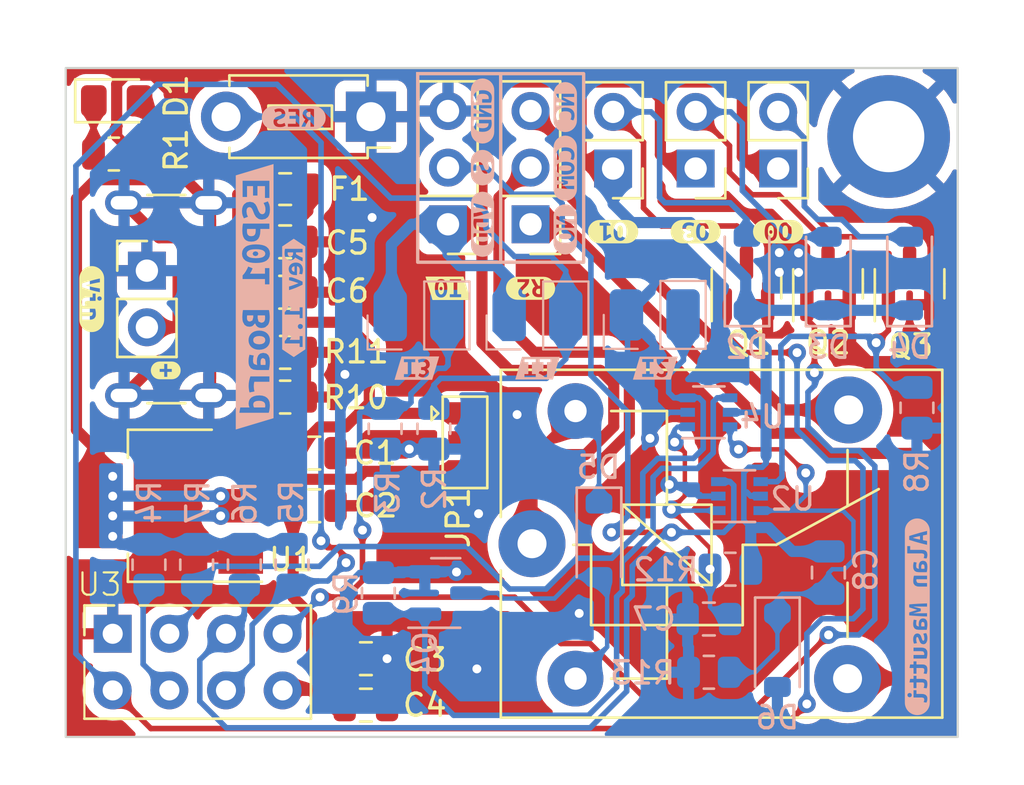
<source format=kicad_pcb>
(kicad_pcb (version 20221018) (generator pcbnew)
  (title_block (title "ESP01 Board") (date "2024-06-13") (rev "Rev 1.1") (company "Alan Masutti"))
  (layers (0 "F.Cu" signal) (31 "B.Cu" signal) (34 "B.Paste" user) (35 "F.Paste" user) (36 "B.SilkS" user "B.Silkscreen") (37 "F.SilkS" user "F.Silkscreen") (38 "B.Mask" user) (39 "F.Mask" user) (44 "Edge.Cuts" user))
  (property "REV" "Ver 1.0")
  (net 0 "")
  (net 1 "+3V3")
  (net 2 "GND")
  (net 3 "+5V")
  (net 4 "Net-(D1-K)")
  (net 5 "Net-(D2-A)")
  (net 6 "Net-(D3-A)")
  (net 7 "Net-(D4-A)")
  (net 8 "/RELAY+")
  (net 9 "/RELAY-")
  (net 10 "/GPIO3")
  (net 11 "/GPIO1")
  (net 12 "/GPIO0")
  (net 13 "/GPIO2")
  (net 14 "Net-(J9-CC1)")
  (net 15 "Net-(J9-CC2)")
  (net 16 "Net-(Q3-G)")
  (net 17 "Net-(Q4-G)")
  (net 18 "Net-(U3-EN)")
  (net 19 "Net-(U3-~{RST})")
  (net 20 "/Rno")
  (net 21 "/Rcom")
  (net 22 "/Rnc")
  (net 23 "/Vbus")
  (net 24 "/RC-")
  (net 25 "/RC+")
  (footprint "Connector_PinHeader_2.54mm:PinHeader_1x03_P2.54mm_Vertical" (layer "F.Cu") (at 150.802886 88.417795 180)
    (fp_text reference "J8" hide)
    (fp_text value "RELAY")
  )
  (footprint "Connector_PinHeader_2.54mm:PinHeader_1x02_P2.54mm_Vertical" (layer "F.Cu") (at 161.909036 85.917795 180)
    (fp_text reference "J6" hide)
    (fp_text value "Conn_01x02")
  )
  (footprint "Resistor_SMD:R_0805_2012Metric" (layer "F.Cu") (at 139.798236 94.160196)
    (fp_text reference "R11")
    (fp_text value "5K1")
  )
  (footprint "Capacitor_SMD:C_0805_2012Metric" (layer "F.Cu") (at 143.417836 107.899595)
    (fp_text reference "C3")
    (fp_text value "100n")
  )
  (footprint "Package_TO_SOT_SMD:SOT-23" (layer "F.Cu") (at 167.801836 91.084795 90)
    (fp_text reference "Q3")
    (fp_text value "AO3400A")
  )
  (footprint "Relay_THT:Relay_SPDT_SANYOU_SRD_Series_Form_C" (layer "F.Cu") (at 150.869036 102.743395)
    (fp_text reference "K1" hide)
    (fp_text value "SRD-05VDC-SL-C")
  )
  (footprint "kibuzzard-6669ACFC" (layer "F.Cu") (at 158.206986 88.747995 180)
    (fp_text reference "kibuzzard-6669ACFC" hide)
    (fp_text value "G***" hide)
  )
  (footprint "Capacitor_SMD:C_0805_2012Metric" (layer "F.Cu") (at 141.106435 101.041595)
    (fp_text reference "C2")
    (fp_text value "10u")
  )
  (footprint "Connector_PinHeader_2.54mm:PinHeader_1x02_P2.54mm_Vertical" (layer "F.Cu") (at 133.597036 90.497595)
    (fp_text reference "J10" hide)
    (fp_text value "Vin")
  )
  (footprint "Capacitor_SMD:C_0805_2012Metric" (layer "F.Cu") (at 143.417836 109.982395)
    (fp_text reference "C4")
    (fp_text value "100n")
  )
  (footprint "kibuzzard-6669ACE8" (layer "F.Cu") (at 154.504936 88.747995 180)
    (fp_text reference "kibuzzard-6669ACE8" hide)
    (fp_text value "G***" hide)
  )
  (footprint "Connector_USB:USB_C_Receptacle_GCT_USB4125-xx-x_6P_TopMnt_Horizontal" (layer "F.Cu") (at 133.372036 91.772595 -90)
    (fp_text reference "J9" hide)
    (fp_text value "USB_C_Receptacle_PowerOnly_6P")
  )
  (footprint "kibuzzard-6669AEE9" (layer "F.Cu") (at 131.124236 91.772595 -90)
    (fp_text reference "kibuzzard-6669AEE9" hide)
    (fp_text value "G***" hide)
  )
  (footprint "Diode_SMD:D_0805_2012Metric_Pad1.15x1.40mm_HandSolder" (layer "F.Cu") (at 132.241836 82.880595)
    (fp_text reference "D1")
    (fp_text value "LED")
  )
  (footprint "kibuzzard-6669B0B1" (layer "F.Cu") (at 147.100836 91.287995 180)
    (fp_text reference "kibuzzard-6669B0B1" hide)
    (fp_text value "G***" hide)
  )
  (footprint "kibuzzard-6669AD07" (layer "F.Cu") (at 161.909036 88.747995 180)
    (fp_text reference "kibuzzard-6669AD07" hide)
    (fp_text value "G***" hide)
  )
  (footprint "Capacitor_SMD:C_0805_2012Metric" (layer "F.Cu") (at 141.106435 98.679397)
    (fp_text reference "C1")
    (fp_text value "22u")
  )
  (footprint "kibuzzard-6669C71F" (layer "F.Cu") (at 134.4422 94.9706 180)
    (fp_text reference "kibuzzard-6669C71F" hide)
    (fp_text value "G***" hide)
  )
  (footprint "PersonalLibrary:ESP01" (layer "F.Cu") (at 135.874036 108.051995)
    (fp_text reference "U3")
    (fp_text value "ESP01")
  )
  (footprint "kibuzzard-6669ACBA" (layer "F.Cu") (at 150.802886 91.287995 180)
    (fp_text reference "kibuzzard-6669ACBA" hide)
    (fp_text value "G***" hide)
  )
  (footprint "Button_Switch_THT:SW_PUSH_1P1T_6x3.5mm_H5.0_APEM_MJTP1250" (layer "F.Cu") (at 143.646436 83.591795 180)
    (fp_text reference "SW1" hide)
    (fp_text value "RST")
  )
  (footprint "MountingHole:MountingHole_3.2mm_M3_ISO14580_Pad" (layer "F.Cu") (at 166.862036 84.480795)
    (fp_text reference "H1" hide)
    (fp_text value "MountingHole")
  )
  (footprint "Fuse:Fuse_0805_2012Metric_Pad1.15x1.40mm_HandSolder" (layer "F.Cu") (at 139.798236 86.840994)
    (fp_text reference "F1")
    (fp_text value "Fuse")
  )
  (footprint "Capacitor_SMD:C_0805_2012Metric" (layer "F.Cu") (at 139.798236 91.465795)
    (fp_text reference "C6")
    (fp_text value "10u")
  )
  (footprint "Package_TO_SOT_SMD:SOT-223-3_TabPin2" (layer "F.Cu") (at 134.654836 101.041595 180)
    (fp_text reference "U1")
    (fp_text value "AMS1117-3.3")
  )
  (footprint "Resistor_SMD:R_0805_2012Metric" (layer "F.Cu") (at 139.798236 96.166796)
    (fp_text reference "R10")
    (fp_text value "5K1")
  )
  (footprint "Connector_PinHeader_2.54mm:PinHeader_1x02_P2.54mm_Vertical" (layer "F.Cu") (at 158.206986 85.917795 180)
    (fp_text reference "J2" hide)
    (fp_text value "Conn_01x02")
  )
  (footprint "Package_TO_SOT_SMD:SOT-23" (layer "F.Cu") (at 160.486636 91.084795 90)
    (fp_text reference "Q1")
    (fp_text value "AO3400A")
  )
  (footprint "Resistor_SMD:R_0805_2012Metric" (layer "F.Cu") (at 132.114836 85.268195)
    (fp_text reference "R1")
    (fp_text value "390")
  )
  (footprint "Capacitor_SMD:C_0805_2012Metric" (layer "F.Cu") (at 139.798236 89.205195)
    (fp_text reference "C5")
    (fp_text value "10u")
  )
  (footprint "Connector_PinHeader_2.54mm:PinHeader_1x02_P2.54mm_Vertical" (layer "F.Cu") (at 154.504936 85.917795 180)
    (fp_text reference "J1" hide)
    (fp_text value "Conn_01x02")
  )
  (footprint "Package_TO_SOT_SMD:SOT-23" (layer "F.Cu") (at 164.144236 91.084795 90)
    (fp_text reference "Q2")
    (fp_text value "AO3400A")
  )
  (footprint "Connector_PinHeader_2.54mm:PinHeader_1x03_P2.54mm_Vertical" (layer "F.Cu") (at 147.100836 88.417795 180)
    (fp_text reference "J5" hide)
    (fp_text value "DHT11/22")
  )
  (footprint "Jumper:SolderJumper-3_P1.3mm_Bridged12_Pad1.0x1.5mm" (layer "F.Cu") (at 147.862836 98.196795 -90)
    (fp_text reference "JP1")
    (fp_text value "Jumper_3_Bridged12")
  )
  (footprint "kibuzzard-6669B4DA" (layer "B.Cu") (at 148.650236 83.337795 -90)
    (fp_text reference "kibuzzard-6669B4DA" hide)
    (fp_text value "G***" hide)
  )
  (footprint "kibuzzard-6669C8D3" (layer "B.Cu") (at 168.148 106.0196 -90)
    (fp_text reference "kibuzzard-6669C8D3" hide)
    (fp_text value "G***" hide)
  )
  (footprint "Resistor_SMD:R_0805_2012Metric" (layer "B.Cu") (at 137.968124 103.683195 -90)
    (fp_text reference "R6")
    (fp_text value "10k")
  )
  (footprint "Package_TO_SOT_SMD:SOT-23" (layer "B.Cu") (at 146.999236 104.953195)
    (fp_text reference "Q4")
    (fp_text value "AO3400A")
  )
  (footprint "Resistor_SMD:R_0805_2012Metric" (layer "B.Cu") (at 133.689636 103.683195 -90)
    (fp_text reference "R4")
    (fp_text value "10k")
  )
  (footprint "kibuzzard-6669B1E4" (layer "B.Cu") (at 152.358636 88.647687 -90)
    (fp_text reference "kibuzzard-6669B1E4" hide)
    (fp_text value "G***" hide)
  )
  (footprint "Resistor_SMD:R_0805_2012Metric" (layer "B.Cu") (at 158.8008 108.5088)
    (fp_text reference "R13")
    (fp_text value "56k")
  )
  (footprint "Diode_SMD:D_SOD-123" (layer "B.Cu") (at 161.8742 107.5182 -90)
    (fp_text reference "D6")
    (fp_text value "1N4148")
  )
  (footprint "Resistor_SMD:R_0805_2012Metric" (layer "B.Cu") (at 168.132036 96.647395 -90)
    (fp_text reference "R8")
    (fp_text value "10k")
  )
  (footprint "Resistor_SMD:R_0805_2012Metric" (layer "B.Cu") (at 140.10737 103.683195 -90)
    (fp_text reference "R5")
    (fp_text value "10k")
  )
  (footprint "Resistor_SMD:R_0805_2012Metric" (layer "B.Cu") (at 135.82888 103.683195 -90)
    (fp_text reference "R7")
    (fp_text value "10k")
  )
  (footprint "kibuzzard-6669B0CD" (layer "B.Cu") (at 145.703836 94.869395)
    (fp_text reference "kibuzzard-6669B0CD" hide)
    (fp_text value "G***" hide)
  )
  (footprint "PersonalLibrary:PinHeader_SMD_1x02_P2.54" (layer "B.Cu") (at 151.114036 92.507195)
    (fp_text reference "J3" hide)
    (fp_text value "IN")
  )
  (footprint "kibuzzard-6669B213" (layer "B.Cu") (at 152.358636 83.161287 -90)
    (fp_text reference "kibuzzard-6669B213" hide)
    (fp_text value "G***" hide)
  )
  (footprint "PersonalLibrary:PinHeader_SMD_1x02_P2.54" (layer "B.Cu") (at 156.371836 92.481795)
    (fp_text reference "J7" hide)
    (fp_text value "IN")
  )
  (footprint "Resistor_SMD:R_0805_2012Metric" (layer "B.Cu") (at 146.465836 97.587195 -90)
    (fp_text reference "R2")
    (fp_text value "10k")
  )
  (footprint "Package_TO_SOT_SMD:SOT-363_SC-70-6" (layer "B.Cu") (at 158.8008 96.8502)
    (fp_text reference "U4")
    (fp_text value "~")
  )
  (footprint "PersonalLibrary:PinHeader_SMD_1x02_P2.54" (layer "B.Cu") (at 145.780036 92.507195)
    (fp_text reference "J4" hide)
    (fp_text value "IN")
  )
  (footprint "Diode_SMD:D_SOD-123" (layer "B.Cu") (at 153.8732 102.5906 -90)
    (fp_text reference "D5")
    (fp_text value "1N4148")
  )
  (footprint "kibuzzard-6669B231" (layer "B.Cu") (at 152.358636 85.903195 -90)
    (fp_text reference "kibuzzard-6669B231" hide)
    (fp_text value "G***" hide)
  )
  (footprint "Resistor_SMD:R_0805_2012Metric" (layer "B.Cu") (at 144.281436 97.587195 -90)
    (fp_text reference "R3")
    (fp_text value "10k")
  )
  (footprint "kibuzzard-6669B0A4" (layer "B.Cu") (at 151.114036 94.869395)
    (fp_text reference "kibuzzard-6669B0A4" hide)
    (fp_text value "G***" hide)
  )
  (footprint "kibuzzard-6669C294" (layer "B.Cu") (at 140.1826 83.6422 180)
    (fp_text reference "kibuzzard-6669C294" hide)
    (fp_text value "G***" hide)
  )
  (footprint "kibuzzard-6669B0BF" (layer "B.Cu") (at 156.397236 94.869395)
    (fp_text reference "kibuzzard-6669B0BF" hide)
    (fp_text value "G***" hide)
  )
  (footprint "kibuzzard-6669B4F4" (layer "B.Cu") (at 148.650236 85.877795 -90)
    (fp_text reference "kibuzzard-6669B4F4" hide)
    (fp_text value "G***" hide)
  )
  (footprint "Diode_SMD:D_SOD-123" (layer "B.Cu") (at 167.801836 90.627595 90)
    (fp_text reference "D4")
    (fp_text value "1N4148")
  )
  (footprint "Diode_SMD:D_SOD-123" (layer "B.Cu") (at 164.156936 90.627595 90)
    (fp_text reference "D3")
    (fp_text value "1N4148")
  )
  (footprint "Resistor_SMD:R_0805_2012Metric" (layer "B.Cu") (at 159.766 103.886 180)
    (fp_text reference "R12")
    (fp_text value "56k")
  )
  (footprint "kibuzzard-666AF5FD" (layer "B.Cu") (at 140.1826 91.7194 -90)
    (fp_text reference "kibuzzard-666AF5FD" hide)
    (fp_text value "G***" hide)
  )
  (footprint "Resistor_SMD:R_0805_2012Metric" (layer "B.Cu") (at 143.976636 104.953195 90)
    (fp_text reference "R9")
    (fp_text value "10k")
  )
  (footprint "kibuzzard-6669C59D" (layer "B.Cu") (at 138.43 91.6686 -90)
    (fp_text reference "kibuzzard-6669C59D" hide)
    (fp_text value "G***" hide)
  )
  (footprint "Capacitor_SMD:C_0805_2012Metric" (layer "B.Cu") (at 164.1602 104.0384 90)
    (fp_text reference "C8")
    (fp_text value "10u")
  )
  (footprint "kibuzzard-6669B493" (layer "B.Cu") (at 148.650236 88.417795 -90)
    (fp_text reference "kibuzzard-6669B493" hide)
    (fp_text value "G***" hide)
  )
  (footprint "Diode_SMD:D_SOD-123" (layer "B.Cu") (at 160.512036 90.627595 90)
    (fp_text reference "D2")
    (fp_text value "1N4148")
  )
  (footprint "Package_TO_SOT_SMD:SOT-363_SC-70-6" (layer "B.Cu") (at 160.1724 100.6094)
    (fp_text reference "U2")
    (fp_text value "~")
  )
  (footprint "Capacitor_SMD:C_0805_2012Metric" (layer "B.Cu") (at 158.8008 106.1212 180)
    (fp_text reference "C7")
    (fp_text value "10u")
  )
  (gr_rect (start 145.741936 81.661395) (end 153.184136 90.119595) (stroke (width 0.15)) (fill none) (layer "B.SilkS"))
  (gr_line (start 149.463036 81.661395) (end 149.463036 90.119595) (stroke (width 0.15)) (layer "B.SilkS"))
  (gr_rect (start 129.958436 81.409995) (end 169.958436 111.409995) (stroke (width 0.1)) (fill none) (layer "Edge.Cuts"))
  (segment (start 140.156435 105.146194) (end 140.984036 105.973795) (width 0.5) (layer "F.Cu") (net 1))
  (segment (start 133.586714 86.418195) (end 131.295036 86.418195) (width 0.5) (layer "F.Cu") (net 1))
  (segment (start 138.261636 100.889195) (end 138.414036 101.041595) (width 0.5) (layer "F.Cu") (net 1))
  (segment (start 130.438436 97.637995) (end 131.454436 98.653995) (width 0.5) (layer "F.Cu") (net 1))
  (segment (start 159.770836 82.037795) (end 160.299636 82.566595) (width 0.5) (layer "F.Cu") (net 1))
  (segment (start 141.690636 110.058595) (end 140.954036 109.321995) (width 0.5) (layer "F.Cu") (net 1))
  (segment (start 152.434836 82.037795) (end 153.069836 82.672795) (width 0.5) (layer "F.Cu") (net 1))
  (segment (start 160.299636 82.566595) (end 160.299636 85.385995) (width 0.5) (layer "F.Cu") (net 1))
  (segment (start 133.989836 83.603595) (end 133.989836 86.015073) (width 0.5) (layer "F.Cu") (net 1))
  (segment (start 142.467836 107.899595) (end 142.467836 109.982395) (width 0.5) (layer "F.Cu") (net 1))
  (segment (start 131.454436 98.653995) (end 131.454436 100.991195) (width 0.5) (layer "F.Cu") (net 1))
  (segment (start 148.294636 88.417795) (end 148.624836 88.747995) (width 0.5) (layer "F.Cu") (net 1))
  (segment (start 143.362436 99.496795) (end 147.862836 99.496795) (width 0.5) (layer "F.Cu") (net 1))
  (segment (start 133.266836 82.880595) (end 133.989836 83.603595) (width 0.5) (layer "F.Cu") (net 1))
  (segment (start 147.100836 88.417795) (end 148.320036 88.417795) (width 0.5) (layer "F.Cu") (net 1))
  (segment (start 140.984036 107.497795) (end 141.385836 107.899595) (width 0.5) (layer "F.Cu") (net 1))
  (segment (start 133.989836 86.015073) (end 133.586714 86.418195) (width 0.5) (layer "F.Cu") (net 1))
  (segment (start 156.625836 82.778995) (end 156.625836 85.293595) (width 0.5) (layer "F.Cu") (net 1))
  (segment (start 149.869436 94.970995) (end 153.933436 94.970995) (width 0.5) (layer "F.Cu") (net 1))
  (segment (start 140.156435 100.213596) (end 140.515634 99.854397) (width 0.5) (layer "F.Cu") (net 1))
  (segment (start 155.884636 82.037795) (end 159.770836 82.037795) (width 0.5) (layer "F.Cu") (net 1))
  (segment (start 137.652436 101.041595) (end 137.372636 100.889195) (width 0.5) (layer "F.Cu") (net 1))
  (segment (start 141.385836 107.899595) (end 142.467836 107.899595) (width 0.5) (layer "F.Cu") (net 1))
  (segment (start 130.438436 87.274795) (end 130.438436 97.637995) (width 0.5) (layer "F.Cu") (net 1))
  (segment (start 154.5336 97.482995) (end 153.2698 98.746795) (width 0.5) (layer "F.Cu") (net 1))
  (segment (start 153.069836 85.445995) (end 153.541636 85.917795) (width 0.5) (layer "F.Cu") (net 1))
  (segment (start 148.320036 88.417795) (end 148.624836 88.112995) (width 0.5) (layer "F.Cu") (net 1))
  (segment (start 149.487405 98.746795) (end 148.737405 99.496795) (width 0.5) (layer "F.Cu") (net 1))
  (segment (start 148.624836 93.726395) (end 149.869436 94.970995) (width 0.5) (layer "F.Cu") (net 1))
  (segment (start 153.069836 82.672795) (end 153.069836 85.445995) (width 0.5) (layer "F.Cu") (net 1))
  (segment (start 148.737405 99.496795) (end 147.862836 99.496795) (width 0.5) (layer "F.Cu") (net 1))
  (segment (start 140.156435 101.041595) (end 140.156435 100.213596) (width 0.5) (layer "F.Cu") (net 1))
  (segment (start 157.250036 85.917795) (end 158.206986 85.917795) (width 0.5) (layer "F.Cu") (net 1))
  (segment (start 155.884636 82.037795) (end 156.625836 82.778995) (width 0.5) (layer "F.Cu") (net 1))
  (segment (start 148.624836 88.747995) (end 148.624836 93.726395) (width 0.5) (layer "F.Cu") (net 1))
  (segment (start 131.295036 86.418195) (end 130.438436 87.274795) (width 0.5) (layer "F.Cu") (net 1))
  (segment (start 153.933436 94.970995) (end 154.5336 95.571159) (width 0.5) (layer "F.Cu") (net 1))
  (segment (start 152.434836 82.037795) (end 155.884636 82.037795) (width 0.5) (layer "F.Cu") (net 1))
  (segment (start 148.624836 82.575317) (end 149.162358 82.037795) (width 0.5) (layer "F.Cu") (net 1))
  (segment (start 153.541636 85.917795) (end 154.504936 85.917795) (width 0.5) (layer "F.Cu") (net 1))
  (segment (start 142.391636 110.058595) (end 141.690636 110.058595) (width 0.5) (layer "F.Cu") (net 1))
  (segment (start 149.162358 82.037795) (end 152.434836 82.037795) (width 0.5) (layer "F.Cu") (net 1))
  (segment (start 143.004834 99.854397) (end 143.362436 99.496795) (width 0.5) (layer "F.Cu") (net 1))
  (segment (start 137.804836 101.041595) (end 137.652436 101.041595) (width 0.5) (layer "F.Cu") (net 1))
  (segment (start 138.414036 101.041595) (end 140.156435 101.041595) (width 0.5) (layer "F.Cu") (net 1))
  (segment (start 140.515634 99.854397) (end 143.004834 99.854397) (width 0.5) (layer "F.Cu") (net 1))
  (segment (start 140.156435 101.041595) (end 140.156435 105.146194) (width 0.5) (layer "F.Cu") (net 1))
  (segment (start 137.372636 100.889195) (end 137.957236 101.041595) (width 0.5) (layer "F.Cu") (net 1))
  (segment (start 138.109236 101.041595) (end 138.261636 100.889195) (width 0.5) (layer "F.Cu") (net 1))
  (segment (start 137.957236 101.041595) (end 138.109236 101.041595) (width 0.5) (layer "F.Cu") (net 1))
  (segment (start 148.624836 88.112995) (end 148.624836 82.575317) (width 0.5) (layer "F.Cu") (net 1))
  (segment (start 153.2698 98.746795) (end 149.487405 98.746795) (width 0.5) (layer "F.Cu") (net 1))
  (segment (start 140.984036 105.973795) (end 140.984036 107.497795) (width 0.5) (layer "F.Cu") (net 1))
  (segment (start 160.299636 85.385995) (end 160.831436 85.917795) (width 0.5) (layer "F.Cu") (net 1))
  (segment (start 140.954036 109.321995) (end 139.684036 109.321995) (width 0.5) (layer "F.Cu") (net 1))
  (segment (start 147.100836 88.417795) (end 148.294636 88.417795) (width 0.5) (layer "F.Cu") (net 1))
  (segment (start 131.454436 100.991195) (end 131.504836 101.041595) (width 0.5) (layer "F.Cu") (net 1))
  (segment (start 154.5336 95.571159) (end 154.5336 97.482995) (width 0.5) (layer "F.Cu") (net 1))
  (segment (start 156.625836 85.293595) (end 157.250036 85.917795) (width 0.5) (layer "F.Cu") (net 1))
  (segment (start 160.831436 85.917795) (end 161.909036 85.917795) (width 0.5) (layer "F.Cu") (net 1))
  (via (at 132.064036 100.609795) (size 0.8) (drill 0.4) (layers "F.Cu" "B.Cu") (net 1))
  (via (at 132.064036 101.498795) (size 0.8) (drill 0.4) (layers "F.Cu" "B.Cu") (net 1))
  (via (at 132.064036 99.720795) (size 0.8) (drill 0.4) (layers "F.Cu" "B.Cu") (net 1))
  (via (at 136.906 100.6094) (size 0.8) (drill 0.4) (layers "F.Cu" "B.Cu") (net 1))
  (via (at 136.906 101.498398) (size 0.8) (drill 0.4) (layers "F.Cu" "B.Cu") (net 1))
  (via (at 132.064036 102.413195) (size 0.8) (drill 0.4) (layers "F.Cu" "B.Cu") (net 1))
  (segment (start 160.6406 101.981) (end 160.3684 101.7088) (width 0.25) (layer "B.Cu") (net 1))
  (segment (start 161.1884 99.314) (end 160.6042 99.314) (width 0.25) (layer "B.Cu") (net 1))
  (segment (start 160.6785 103.886) (end 160.6785 102.0189) (width 0.5) (layer "B.Cu") (net 1))
  (segment (start 160.512036 92.277595) (end 160.4518 92.217359) (width 0.5) (layer "B.Cu") (net 1))
  (segment (start 145.475236 88.417795) (end 147.100836 88.417795) (width 0.5) (layer "B.Cu") (net 1))
  (segment (start 149.894836 92.456395) (end 149.844036 92.507195) (width 0.5) (layer "B.Cu") (net 1))
  (segment (start 147.100836 89.747636) (end 147.100836 88.417795) (width 0.5) (layer "B.Cu") (net 1))
  (segment (start 132.064036 102.413195) (end 132.064036 101.066995) (width 0.5) (layer "B.Cu") (net 1))
  (segment (start 149.844036 92.507195) (end 149.86 92.491231) (width 0.5) (layer "B.Cu") (net 1))
  (segment (start 161.3662 93.996359) (end 160.512036 93.142195) (width 0.5) (layer "B.Cu") (net 1))
  (segment (start 132.064036 101.066995) (end 132.064036 99.720795) (width 0.5) (layer "B.Cu") (net 1))
  (segment (start 161.4803 102.0189) (end 162.5498 103.0884) (width 0.5) (layer "B.Cu") (net 1))
  (segment (start 137.968124 102.770695) (end 135.82888 102.770695) (width 0.5) (layer "B.Cu") (net 1))
  (segment (start 160.6785 102.0189) (end 161.4803 102.0189) (width 0.5) (layer "B.Cu") (net 1))
  (segment (start 132.421536 102.770695) (end 132.064036 102.413195) (width 0.5) (layer "B.Cu") (net 1))
  (segment (start 155.3464 88.3412) (end 154.504936 87.499736) (width 0.5) (layer "B.Cu") (net 1))
  (segment (start 160.4964 100.4254) (end 160.6804 100.6094) (width 0.25) (layer "B.Cu") (net 1))
  (segment (start 132.089436 101.041595) (end 132.064036 101.066995) (width 0.5) (layer "B.Cu") (net 1))
  (segment (start 159.7508 96.8502) (end 161.3408 96.8502) (width 0.25) (layer "B.Cu") (net 1))
  (segment (start 160.512036 93.142195) (end 160.512036 92.277595) (width 0.5) (layer "B.Cu") (net 1))
  (segment (start 160.512036 92.277595) (end 164.156936 92.277595) (width 0.5) (layer "B.Cu") (net 1))
  (segment (start 149.86 90.8812) (end 149.2504 90.2716) (width 0.5) (layer "B.Cu") (net 1))
  (segment (start 160.4518 90.8304) (end 157.9626 88.3412) (width 0.5) (layer "B.Cu") (net 1))
  (segment (start 154.504936 87.499736) (end 154.504936 85.917795) (width 0.5) (layer "B.Cu") (net 1))
  (segment (start 160.3684 101.7088) (end 160.3684 100.4254) (width 0.25) (layer "B.Cu") (net 1))
  (segment (start 160.3684 99.5498) (end 160.3684 100.4254) (width 0.25) (layer "B.Cu") (net 1))
  (segment (start 136.905603 101.498795) (end 136.906 101.498398) (width 0.5) (layer "B.Cu") (net 1))
  (segment (start 149.2504 90.2716) (end 147.6248 90.2716) (width 0.5) (layer "B.Cu") (net 1))
  (segment (start 160.4518 92.217359) (end 160.4518 90.8304) (width 0.5) (layer "B.Cu") (net 1))
  (segment (start 136.906 100.6094) (end 132.064431 100.6094) (width 0.5) (layer "B.Cu") (net 1))
  (segment (start 144.560836 89.332195) (end 145.475236 88.417795) (width 0.5) (layer "B.Cu") (net 1))
  (segment (start 160.6042 99.314) (end 160.3684 99.5498) (width 0.25) (layer "B.Cu") (net 1))
  (segment (start 161.3662 98.7806) (end 161.3662 96.8756) (width 0.5) (layer "B.Cu") (net 1))
  (segment (start 144.560836 91.643595) (end 144.560836 89.332195) (width 0.5) (layer "B.Cu") (net 1))
  (segment (start 161.3662 96.8756) (end 161.3662 93.996359) (width 0.5) (layer "B.Cu") (net 1))
  (segment (start 162.5498 103.0884) (end 164.1602 103.0884) (width 0.5) (layer "B.Cu") (net 1))
  (segment (start 149.86 92.491231) (end 149.86 90.8812) (width 0.5) (layer "B.Cu") (net 1))
  (segment (start 161.3408 96.8502) (end 161.3662 96.8756) (width 0.25) (layer "B.Cu") (net 1))
  (segment (start 157.9626 88.3412) (end 155.3464 88.3412) (width 0.5) (layer "B.Cu") (net 1))
  (segment (start 161.3662 99.1362) (end 161.1884 99.314) (width 0.25) (layer "B.Cu") (net 1))
  (segment (start 132.064036 101.498795) (end 136.905603 101.498795) (width 0.5) (layer "B.Cu") (net 1))
  (segment (start 164.156936 92.277595) (end 167.801836 92.277595) (width 0.5) (layer "B.Cu") (net 1))
  (segment (start 132.064431 100.6094) (end 132.064036 100.609795) (width 0.5) (layer "B.Cu") (net 1))
  (segment (start 135.82888 102.770695) (end 133.689636 102.770695) (width 0.5) (layer "B.Cu") (net 1))
  (segment (start 140.10737 102.770695) (end 137.968124 102.770695) (width 0.5) (layer "B.Cu") (net 1))
  (segment (start 160.6804 100.6094) (end 161.1224 100.6094) (width 0.25) (layer "B.Cu") (net 1))
  (segment (start 161.3662 98.7806) (end 161.3662 99.1362) (width 0.25) (layer "B.Cu") (net 1))
  (segment (start 133.689636 102.770695) (end 132.421536 102.770695) (width 0.5) (layer "B.Cu") (net 1))
  (segment (start 160.3684 100.4254) (end 160.4964 100.4254) (width 0.25) (layer "B.Cu") (net 1))
  (segment (start 147.6248 90.2716) (end 147.100836 89.747636) (width 0.5) (layer "B.Cu") (net 1))
  (segment (start 132.644958 81.730595) (end 133.888714 81.730595) (width 0.5) (layer "F.Cu") (net 2))
  (segment (start 136.452036 94.522595) (end 134.142036 94.522595) (width 0.5) (layer "F.Cu") (net 2))
  (segment (start 157.0228 100.0898) (end 156.1592 99.2262) (width 0.25) (layer "F.Cu") (net 2))
  (segment (start 145.3642 98.5012) (end 145.186003 98.679397) (width 0.5) (layer "F.Cu") (net 2))
  (segment (start 167.937436 94.576395) (end 168.751836 93.761995) (width 0.5) (layer "F.Cu") (net 2))
  (segment (start 161.974636 89.702595) (end 161.959836 89.687795) (width 0.5) (layer "F.Cu") (net 2))
  (segment (start 132.241836 84.482695) (end 132.241836 82.133717) (width 0.5) (layer "F.Cu") (net 2))
  (segment (start 134.9248 86.005359) (end 136.372036 87.452595) (width 0.5) (layer "F.Cu") (net 2))
  (segment (start 136.452036 89.022595) (end 134.142036 89.022595) (width 0.5) (layer "F.Cu") (net 2))
  (segment (start 165.951154 94.576395) (end 167.937436 94.576395) (width 0.5) (layer "F.Cu") (net 2))
  (segment (start 134.9248 82.766681) (end 134.9248 86.005359) (width 0.5) (layer "F.Cu") (net 2))
  (segment (start 156.1592 99.2262) (end 156.1592 98.0186) (width 0.25) (layer "F.Cu") (net 2))
  (segment (start 136.452036 94.522595) (end 136.452036 96.012595) (width 0.5) (layer "F.Cu") (net 2))
  (segment (start 145.186003 98.679397) (end 142.056435 98.679397) (width 0.5) (layer "F.Cu") (net 2))
  (segment (start 133.027336 85.268195) (end 132.241836 84.482695) (width 0.5) (layer "F.Cu") (net 2))
  (segment (start 134.142036 94.522595) (end 132.572036 96.092595) (width 0.5) (layer "F.Cu") (net 2))
  (segment (start 165.094236 92.022295) (end 165.094236 93.719477) (width 0.5) (layer "F.Cu") (net 2))
  (segment (start 136.452036 87.532595) (end 136.372036 87.452595) (width 0.5) (layer "F.Cu") (net 2))
  (segment (start 168.751836 93.761995) (end 168.751836 92.022295) (width 0.5) (layer "F.Cu") (net 2))
  (segment (start 142.056435 101.041595) (end 148.116836 101.041595) (width 0.5) (layer "F.Cu") (net 2))
  (segment (start 148.116836 101.041595) (end 148.472436 101.397195) (width 0.5) (layer "F.Cu") (net 2))
  (segment (start 161.959836 90.576795) (end 162.772636 90.576795) (width 0.5) (layer "F.Cu") (net 2))
  (segment (start 132.241836 82.133717) (end 132.644958 81.730595) (width 0.5) (layer "F.Cu") (net 2))
  (segment (start 162.772636 90.576795) (end 162.823436 90.627595) (width 0.5) (layer "F.Cu") (net 2))
  (segment (start 161.436636 92.022295) (end 161.436636 91.099995) (width 0.5) (layer "F.Cu") (net 2))
  (segment (start 134.142036 89.022595) (end 132.572036 87.452595) (width 0.5) (layer "F.Cu") (net 2))
  (segment (start 162.823436 89.702595) (end 161.974636 89.702595) (width 0.5) (layer "F.Cu") (net 2))
  (segment (start 162.823436 90.627595) (end 162.823436 89.702595) (width 0.5) (layer "F.Cu") (net 2))
  (segment (start 136.452036 89.022595) (end 136.452036 87.532595) (width 0.5) (layer "F.Cu") (net 2))
  (segment (start 136.452036 96.012595) (end 136.372036 96.092595) (width 0.5) (layer "F.Cu") (net 2))
  (segment (start 133.888714 81.730595) (end 134.9248 82.766681) (width 0.5) (layer "F.Cu") (net 2))
  (segment (start 161.959836 89.687795) (end 161.959836 90.576795) (width 0.5) (layer "F.Cu") (net 2))
  (segment (start 161.436636 91.099995) (end 161.959836 90.576795) (width 0.5) (layer "F.Cu") (net 2))
  (segment (start 165.094236 93.719477) (end 165.951154 94.576395) (width 0.5) (layer "F.Cu") (net 2))
  (via (at 145.3642 98.5012) (size 0.8) (drill 0.4) (layers "F.Cu" "B.Cu") (net 2))
  (via (at 142.478036 95.148795) (size 0.8) (drill 0.4) (layers "F.Cu" "B.Cu") (net 2))
  (via (at 152.9842 105.8672) (size 0.8) (drill 0.4) (layers "F.Cu" "B.Cu") (net 2))
  (via (at 161.959836 90.576795) (size 0.8) (drill 0.4) (layers "F.Cu" "B.Cu") (net 2))
  (via (at 156.1592 98.0186) (size 0.8) (drill 0.4) (layers "F.Cu" "B.Cu") (net 2))
  (via (at 161.959836 89.687795) (size 0.8) (drill 0.4) (layers "F.Cu" "B.Cu") (net 2))
  (via (at 148.396236 108.356795) (size 0.8) (drill 0.4) (layers "F.Cu" "B.Cu") (net 2))
  (via (at 162.823436 89.702595) (size 0.8) (drill 0.4) (layers "F.Cu" "B.Cu") (net 2))
  (via (at 144.367836 107.899595) (size 0.8) (drill 0.4) (layers "F.Cu" "B.Cu") (net 2))
  (via (at 148.472436 101.397195) (size 0.8) (drill 0.4) (layers "F.Cu" "B.Cu") (net 2))
  (via (at 150.199636 96.952195) (size 0.8) (drill 0.4) (layers "F.Cu" "B.Cu") (net 2))
  (via (at 157.0228 100.0898) (size 0.8) (drill 0.4) (layers "F.Cu" "B.Cu") (net 2))
  (via (at 143.697236 88.112995) (size 0.8) (drill 0.4) (layers "F.Cu" "B.Cu") (net 2))
  (via (at 162.823436 90.576795) (size 0.8) (drill 0.4) (layers "F.Cu" "B.Cu") (net 2))
  (via (at 147.481836 104.013395) (size 0.8) (drill 0.4) (layers "F.Cu" "B.Cu") (net 2))
  (segment (start 157.7986 100.0898) (end 158.3182 100.6094) (width 0.25) (layer "B.Cu") (net 2))
  (segment (start 156.4708 96.8502) (end 156.3958 96.9252) (width 0.25) (layer "B.Cu") (net 2))
  (segment (start 161.8742 110.4392) (end 161.6456 110.6678) (width 0.25) (layer "B.Cu") (net 2))
  (segment (start 142.6972 106.418355) (end 144.17844 107.899595) (width 0.25) (layer "B.Cu") (net 2))
  (segment (start 156.1592 98.0186) (end 156.1592 97.1618) (width 0.25) (layer "B.Cu") (net 2))
  (segment (start 144.17844 107.899595) (end 144.367836 107.899595) (width 0.25) (layer "B.Cu") (net 2))
  (segment (start 156.3958 95.893) (end 155.152636 94.649836) (width 0.25) (layer "B.Cu") (net 2))
  (segment (start 157.8883 110.6189) (end 157.8883 108.5088) (width 0.25) (layer "B.Cu") (net 2))
  (segment (start 143.976636 104.040695) (end 143.126705 104.040695) (width 0.25) (layer "B.Cu") (net 2))
  (segment (start 157.0228 100.0898) (end 157.7986 100.0898) (width 0.25) (layer "B.Cu") (net 2))
  (segment (start 146.024236 104.040695) (end 146.061736 104.003195) (width 0.25) (layer "B.Cu") (net 2))
  (segment (start 161.8742 109.1682) (end 161.8742 110.4392) (width 0.25) (layer "B.Cu") (net 2))
  (segment (start 161.6456 110.6678) (end 157.9372 110.6678) (width 0.25) (layer "B.Cu") (net 2))
  (segment (start 157.8508 96.8502) (end 156.4708 96.8502) (width 0.25) (layer "B.Cu") (net 2))
  (segment (start 156.3958 96.9252) (end 156.3958 95.893) (width 0.25) (layer "B.Cu") (net 2))
  (segment (start 158.3182 100.6094) (end 159.2224 100.6094) (width 0.25) (layer "B.Cu") (net 2))
  (segment (start 142.6972 104.4702) (end 142.6972 106.418355) (width 0.25) (layer "B.Cu") (net 2))
  (segment (start 143.126705 104.040695) (end 142.6972 104.4702) (width 0.25) (layer "B.Cu") (net 2))
  (segment (start 157.9372 110.6678) (end 157.8883 110.6189) (width 0.25) (layer "B.Cu") (net 2))
  (segment (start 155.152636 94.649836) (end 155.152636 91.618195) (width 0.25) (layer "B.Cu") (net 2))
  (segment (start 143.976636 104.040695) (end 146.024236 104.040695) (width 0.25) (layer "B.Cu") (net 2))
  (segment (start 156.1592 97.1618) (end 156.3958 96.9252) (width 0.25) (layer "B.Cu") (net 2))
  (segment (start 143.108436 96.896795) (end 147.862836 96.896795) (width 0.5) (layer "F.Cu") (net 3))
  (segment (start 139.221837 92.811995) (end 142.478036 92.811995) (width 0.5) (layer "F.Cu") (net 3))
  (segment (start 143.570236 96.434995) (end 143.108436 96.896795) (width 0.5) (layer "F.Cu") (net 3))
  (segment (start 138.848236 92.438394) (end 139.221837 92.811995) (width 0.5) (layer "F.Cu") (net 3))
  (segment (start 141.331435 97.504397) (end 140.156435 98.679397) (width 0.5) (layer "F.Cu") (net 3))
  (segment (start 140.813238 86.840994) (end 140.813238 87.821993) (width 0.5) (layer "F.Cu") (net 3))
  (segment (start 143.108436 96.896795) (end 142.500834 97.504397) (width 0.5) (layer "F.Cu") (net 3))
  (segment (start 140.644237 87.990994) (end 139.070038 87.990994) (width 0.5) (layer "F.Cu") (net 3))
  (segment (start 140.813238 87.821993) (end 140.644237 87.990994) (width 0.5) (layer "F.Cu") (net 3))
  (segment (start 137.804836 98.741595) (end 140.094237 98.741595) (width 0.5) (layer "F.Cu") (net 3))
  (segment (start 140.094237 98.741595) (end 140.156435 98.679397) (width 0.5) (layer "F.Cu") (net 3))
  (segment (start 138.848236 91.465795) (end 138.848236 92.438394) (width 0.5) (layer "F.Cu") (net 3))
  (segment (start 139.070038 87.990994) (end 138.825438 88.235594) (width 0.5) (layer "F.Cu") (net 3))
  (segment (start 137.823236 98.723195) (end 137.804836 98.741595) (width 0.5) (layer "F.Cu") (net 3))
  (segment (start 138.825438 88.235594) (end 138.825438 91.260594) (width 0.5) (layer "F.Cu") (net 3))
  (segment (start 142.478036 92.811995) (end 143.570236 93.904195) (width 0.5) (layer "F.Cu") (net 3))
  (segment (start 142.500834 97.504397) (end 141.331435 97.504397) (width 0.5) (layer "F.Cu") (net 3))
  (segment (start 143.570236 93.904195) (end 143.570236 96.434995) (width 0.5) (layer "F.Cu") (net 3))
  (segment (start 131.202336 85.268195) (end 131.202336 82.895095) (width 0.25) (layer "F.Cu") (net 4))
  (segment (start 131.202336 82.895095) (end 131.216836 82.880595) (width 0.25) (layer "F.Cu") (net 4))
  (segment (start 156.676636 88.493995) (end 160.054836 88.493995) (width 0.25) (layer "F.Cu") (net 5))
  (segment (start 160.486636 88.925795) (end 160.486636 90.147295) (width 0.25) (layer "F.Cu") (net 5))
  (segment (start 155.869936 87.687295) (end 156.676636 88.493995) (width 0.25) (layer "F.Cu") (net 5))
  (segment (start 160.054836 88.493995) (end 160.486636 88.925795) (width 0.25) (layer "F.Cu") (net 5))
  (segment (start 155.869936 84.742795) (end 155.869936 87.687295) (width 0.25) (layer "F.Cu") (net 5))
  (segment (start 154.504936 83.377795) (end 155.869936 84.742795) (width 0.25) (layer "F.Cu") (net 5))
  (segment (start 156.591 87.214559) (end 156.591 83.760159) (width 0.25) (layer "B.Cu") (net 5))
  (segment (start 160.512036 88.977595) (end 160.512036 88.214595) (width 0.25) (layer "B.Cu") (net 5))
  (segment (start 160.512036 88.214595) (end 159.750036 87.452595) (width 0.25) (layer "B.Cu") (net 5))
  (segment (start 156.208636 83.377795) (end 154.504936 83.377795) (width 0.25) (layer "B.Cu") (net 5))
  (segment (start 156.591 83.760159) (end 156.208636 83.377795) (width 0.25) (layer "B.Cu") (net 5))
  (segment (start 156.829036 87.452595) (end 156.591 87.214559) (width 0.25) (layer "B.Cu") (net 5))
  (segment (start 159.750036 87.452595) (end 156.829036 87.452595) (width 0.25) (layer "B.Cu") (net 5))
  (segment (start 159.724636 84.895445) (end 159.724636 86.083395) (width 0.25) (layer "F.Cu") (net 6))
  (segment (start 158.206986 83.377795) (end 159.724636 84.895445) (width 0.25) (layer "F.Cu") (net 6))
  (segment (start 164.144236 89.308191) (end 164.144236 90.147295) (width 0.25) (layer "F.Cu") (net 6))
  (segment (start 160.734036 87.092795) (end 161.92884 87.092795) (width 0.25) (layer "F.Cu") (net 6))
  (segment (start 161.92884 87.092795) (end 164.144236 89.308191) (width 0.25) (layer "F.Cu") (net 6))
  (segment (start 159.724636 86.083395) (end 160.734036 87.092795) (width 0.25) (layer "F.Cu") (net 6))
  (segment (start 159.780995 83.377795) (end 158.206986 83.377795) (width 0.25) (layer "B.Cu") (net 6))
  (segment (start 160.2994 83.8962) (end 159.780995 83.377795) (width 0.25) (layer "B.Cu") (net 6))
  (segment (start 160.2994 86.909759) (end 160.2994 83.8962) (width 0.25) (layer "B.Cu") (net 6))
  (segment (start 162.367236 88.977595) (end 160.2994 86.909759) (width 0.25) (layer "B.Cu") (net 6))
  (segment (start 164.156936 88.977595) (end 162.367236 88.977595) (width 0.25) (layer "B.Cu") (net 6))
  (segment (start 167.522436 88.976595) (end 167.801836 89.255995) (width 0.25) (layer "F.Cu") (net 7))
  (segment (start 163.084036 87.611595) (end 164.449036 88.976595) (width 0.25) (layer "F.Cu") (net 7))
  (segment (start 163.084036 84.552795) (end 163.084036 87.611595) (width 0.25) (layer "F.Cu") (net 7))
  (segment (start 161.909036 83.377795) (end 163.084036 84.552795) (width 0.25) (layer "F.Cu") (net 7))
  (segment (start 167.801836 89.255995) (end 167.801836 90.147295) (width 0.25) (layer "F.Cu") (net 7))
  (segment (start 164.449036 88.976595) (end 167.522436 88.976595) (width 0.25) (layer "F.Cu") (net 7))
  (segment (start 163.084036 84.552795) (end 161.909036 83.377795) (width 0.25) (layer "B.Cu") (net 7))
  (segment (start 165.540988 88.977595) (end 164.765988 88.202595) (width 0.25) (layer "B.Cu") (net 7))
  (segment (start 163.084036 87.611595) (end 163.084036 84.552795) (width 0.25) (layer "B.Cu") (net 7))
  (segment (start 164.765988 88.202595) (end 163.675036 88.202595) (width 0.25) (layer "B.Cu") (net 7))
  (segment (start 163.675036 88.202595) (end 163.084036 87.611595) (width 0.25) (layer "B.Cu") (net 7))
  (segment (start 167.801836 88.977595) (end 165.540988 88.977595) (width 0.25) (layer "B.Cu") (net 7))
  (segment (start 147.862836 98.196795) (end 151.415636 98.196795) (width 0.2) (layer "F.Cu") (net 8))
  (segment (start 151.415636 98.196795) (end 152.819036 96.793395) (width 0.2) (layer "F.Cu") (net 8))
  (segment (start 153.8732 97.847559) (end 152.819036 96.793395) (width 0.2) (layer "B.Cu") (net 8))
  (segment (start 153.8732 100.9406) (end 153.8732 97.847559) (width 0.2) (layer "B.Cu") (net 8))
  (segment (start 147.936736 104.953195) (end 149.326995 104.953195) (width 0.2) (layer "B.Cu") (net 9))
  (segment (start 154.238236 104.605636) (end 154.238236 107.374195) (width 0.2) (layer "B.Cu") (net 9))
  (segment (start 149.574195 105.200395) (end 151.873005 105.200395) (width 0.2) (layer "B.Cu") (net 9))
  (segment (start 151.873005 105.200395) (end 152.8328 104.2406) (width 0.2) (layer "B.Cu") (net 9))
  (segment (start 149.326995 104.953195) (end 149.574195 105.200395) (width 0.2) (layer "B.Cu") (net 9))
  (segment (start 153.8732 104.2406) (end 154.238236 104.605636) (width 0.2) (layer "B.Cu") (net 9))
  (segment (start 152.8328 104.2406) (end 153.8732 104.2406) (width 0.2) (layer "B.Cu") (net 9))
  (segment (start 154.238236 107.374195) (end 152.819036 108.793395) (width 0.2) (layer "B.Cu") (net 9))
  (segment (start 160.419041 110.582395) (end 156.835423 110.582395) (width 0.25) (layer "F.Cu") (net 10))
  (segment (start 153.471423 107.218395) (end 152.166649 107.218395) (width 0.25) (layer "F.Cu") (net 10))
  (segment (start 142.520125 105.139706) (end 143.265436 104.394395) (width 0.25) (layer "F.Cu") (net 10))
  (segment (start 163.534636 93.015195) (end 163.194236 92.674795) (width 0.25) (layer "F.Cu") (net 10))
  (segment (start 143.265436 104.394395) (end 143.265436 102.133795) (width 0.25) (layer "F.Cu") (net 10))
  (segment (start 164.169036 106.8324) (end 160.419041 110.582395) (width 0.25) (layer "F.Cu") (net 10))
  (segment (start 163.194236 92.674795) (end 163.194236 92.022295) (width 0.25) (layer "F.Cu") (net 10))
  (segment (start 141.363967 105.139706) (end 142.520125 105.139706) (width 0.25) (layer "F.Cu") (net 10))
  (segment (start 156.835423 110.582395) (end 153.471423 107.218395) (width 0.25) (layer "F.Cu") (net 10))
  (segment (start 163.534636 95.072595) (end 163.534636 93.015195) (width 0.25) (layer "F.Cu") (net 10))
  (segment (start 152.166649 107.218395) (end 150.08796 105.139706) (width 0.25) (layer "F.Cu") (net 10))
  (segment (start 150.08796 105.139706) (end 141.363967 105.139706) (width 0.25) (layer "F.Cu") (net 10))
  (via (at 141.363967 105.139706) (size 0.8) (drill 0.4) (layers "F.Cu" "B.Cu") (net 10))
  (via (at 164.169036 106.8324) (size 0.8) (drill 0.4) (layers "F.Cu" "B.Cu") (net 10))
  (via (at 143.265436 102.133795) (size 0.8) (drill 0.4) (layers "F.Cu" "B.Cu") (net 10))
  (via (at 163.534636 95.072595) (size 0.8) (drill 0.4) (layers "F.Cu" "B.Cu") (net 10))
  (segment (start 143.265436 102.133795) (end 143.138436 102.006795) (width 0.25) (layer "B.Cu") (net 10))
  (segment (start 145.440836 96.019999) (end 145.440836 96.402395) (width 0.25) (layer "B.Cu") (net 10))
  (segment (start 143.138436 96.875995) (end 143.339736 96.674695) (width 0.25) (layer "B.Cu") (net 10))
  (segment (start 146.966636 94.876595) (end 146.58424 94.876595) (width 0.25) (layer "B.Cu") (net 10))
  (segment (start 164.169036 106.8324) (end 165.5318 106.8324) (width 0.25) (layer "B.Cu") (net 10))
  (segment (start 141.363967 105.139706) (end 139.721678 106.781995) (width 0.25) (layer "B.Cu") (net 10))
  (segment (start 164.313096 98.568395) (end 163.244036 97.499335) (width 0.25) (layer "B.Cu") (net 10))
  (segment (start 165.5318 106.8324) (end 166.243 106.1212) (width 0.25) (layer "B.Cu") (net 10))
  (segment (start 143.339736 96.674695) (end 144.281436 96.674695) (width 0.25) (layer "B.Cu") (net 10))
  (segment (start 147.100836 91.643595) (end 147.100836 94.742395) (width 0.25) (layer "B.Cu") (net 10))
  (segment (start 163.244036 95.947395) (end 163.534636 95.656795) (width 0.25) (layer "B.Cu") (net 10))
  (segment (start 139.721678 106.781995) (end 139.684036 106.781995) (width 0.25) (layer "B.Cu") (net 10))
  (segment (start 147.100836 94.742395) (end 146.966636 94.876595) (width 0.25) (layer "B.Cu") (net 10))
  (segment (start 163.244036 97.499335) (end 163.244036 95.947395) (width 0.25) (layer "B.Cu") (net 10))
  (segment (start 163.534636 95.656795) (end 163.534636 95.072595) (width 0.25) (layer "B.Cu") (net 10))
  (segment (start 166.243 106.1212) (end 166.243 99.2632) (width 0.25) (layer "B.Cu") (net 10))
  (segment (start 166.243 99.2632) (end 165.548195 98.568395) (width 0.25) (layer "B.Cu") (net 10))
  (segment (start 146.58424 94.876595) (end 145.440836 96.019999) (width 0.25) (layer "B.Cu") (net 10))
  (segment (start 145.168536 96.674695) (end 144.281436 96.674695) (width 0.25) (layer "B.Cu") (net 10))
  (segment (start 145.440836 96.402395) (end 145.168536 96.674695) (width 0.25) (layer "B.Cu") (net 10))
  (segment (start 165.548195 98.568395) (end 164.313096 98.568395) (width 0.25) (layer "B.Cu") (net 10))
  (segment (start 143.138436 102.006795) (end 143.138436 96.875995) (width 0.25) (layer "B.Cu") (net 10))
  (segment (start 159.536636 92.022295) (end 159.536636 93.309795) (width 0.25) (layer "F.Cu") (net 11))
  (segment (start 159.536636 93.309795) (end 160.398836 94.171995) (width 0.25) (layer "F.Cu") (net 11))
  (segment (start 162.092841 111.032395) (end 133.774436 111.032395) (width 0.25) (layer "F.Cu") (net 11))
  (segment (start 133.774436 111.032395) (end 132.064036 109.321995) (width 0.25) (layer "F.Cu") (net 11))
  (segment (start 163.194036 109.9312) (end 162.092841 111.032395) (width 0.25) (layer "F.Cu") (net 11))
  (segment (start 160.398836 94.171995) (end 162.754189 94.171995) (width 0.25) (layer "F.Cu") (net 11))
  (via (at 163.194036 109.9312) (size 0.8) (drill 0.4) (layers "F.Cu" "B.Cu") (net 11))
  (via (at 162.754189 94.171995) (size 0.8) (drill 0.4) (layers "F.Cu" "B.Cu") (net 11))
  (segment (start 146.465836 95.631395) (end 146.770636 95.326595) (width 0.25) (layer "B.Cu") (net 11))
  (segment (start 134.072836 82.141795) (end 130.413036 85.801595) (width 0.25) (layer "B.Cu") (net 11))
  (segment (start 148.802636 87.909795) (end 148.135636 87.242795) (width 0.25) (layer "B.Cu") (net 11))
  (segment (start 146.770636 95.326595) (end 151.510605 95.326595) (width 0.25) (layer "B.Cu") (net 11))
  (segment (start 165.7096 99.366196) (end 165.361799 99.018395) (width 0.25) (layer "B.Cu") (net 11))
  (segment (start 162.754189 97.645884) (end 162.754189 94.171995) (width 0.25) (layer "B.Cu") (net 11))
  (segment (start 165.361799 99.018395) (end 164.1267 99.018395) (width 0.25) (layer "B.Cu") (net 11))
  (segment (start 152.384036 94.453164) (end 152.384036 92.507195) (width 0.25) (layer "B.Cu") (net 11))
  (segment (start 130.413036 85.801595) (end 130.413036 107.670995) (width 0.25) (layer "B.Cu") (net 11))
  (segment (start 148.802636 88.579236) (end 148.802636 87.909795) (width 0.25) (layer "B.Cu") (net 11))
  (segment (start 163.868731 106.1074) (end 165.2662 106.1074) (width 0.25) (layer "B.Cu") (net 11))
  (segment (start 165.2662 106.1074) (end 165.7096 105.664) (width 0.25) (layer "B.Cu") (net 11))
  (segment (start 152.384036 90.509636) (end 151.7396 89.8652) (width 0.25) (layer "B.Cu") (net 11))
  (segment (start 148.135636 87.242795) (end 144.530232 87.242795) (width 0.25) (layer "B.Cu") (net 11))
  (segment (start 151.7396 89.8652) (end 150.0886 89.8652) (width 0.25) (layer "B.Cu") (net 11))
  (segment (start 163.194036 106.782095) (end 163.868731 106.1074) (width 0.25) (layer "B.Cu") (net 11))
  (segment (start 139.429232 82.141795) (end 134.072836 82.141795) (width 0.25) (layer "B.Cu") (net 11))
  (segment (start 130.413036 107.670995) (end 132.064036 109.321995) (width 0.25) (layer "B.Cu") (net 11))
  (segment (start 163.194036 109.9312) (end 163.194036 106.782095) (width 0.25) (layer "B.Cu") (net 11))
  (segment (start 146.465836 96.674695) (end 146.465836 95.631395) (width 0.25) (layer "B.Cu") (net 11))
  (segment (start 165.7096 105.664) (end 165.7096 99.366196) (width 0.25) (layer "B.Cu") (net 11))
  (segment (start 152.384036 92.507195) (end 152.384036 90.509636) (width 0.25) (layer "B.Cu") (net 11))
  (segment (start 150.0886 89.8652) (end 148.802636 88.579236) (width 0.25) (layer "B.Cu") (net 11))
  (segment (start 151.510605 95.326595) (end 152.384036 94.453164) (width 0.25) (layer "B.Cu") (net 11))
  (segment (start 144.530232 87.242795) (end 139.429232 82.141795) (width 0.25) (layer "B.Cu") (net 11))
  (segment (start 164.1267 99.018395) (end 162.754189 97.645884) (width 0.25) (layer "B.Cu") (net 11))
  (segment (start 154.432 102.235) (end 157.1244 102.235) (width 0.25) (layer "F.Cu") (net 12))
  (via (at 157.1244 102.235) (size 0.8) (drill 0.4) (layers "F.Cu" "B.Cu") (net 12))
  (via (at 154.432 102.235) (size 0.8) (drill 0.4) (layers "F.Cu" "B.Cu") (net 12))
  (segment (start 155.3646 105.058879) (end 155.113236 105.310243) (width 0.25) (layer "B.Cu") (net 12))
  (segment (start 157.1244 102.235) (end 156.873192 102.235) (width 0.25) (layer "B.Cu") (net 12))
  (segment (start 159.9184 101.7834) (end 159.9184 100.1304) (width 0.25) (layer "B.Cu") (net 12))
  (segment (start 154.432 102.235) (end 155.163236 101.503764) (width 0.25) (layer "B.Cu") (net 12))
  (segment (start 152.2222 88.6206) (end 152.2222 87.487109) (width 0.25) (layer "B.Cu") (net 12))
  (segment (start 150.021836 87.071595) (end 148.828036 85.877795) (width 0.25) (layer "B.Cu") (net 12))
  (segment (start 156.873192 102.235) (end 155.3646 103.743592) (width 0.25) (layer "B.Cu") (net 12))
  (segment (start 153.509836 89.908236) (end 152.2222 88.6206) (width 0.25) (layer "B.Cu") (net 12))
  (segment (start 137.968124 104.595695) (end 137.968124 105.957907) (width 0.25) (layer "B.Cu") (net 12))
  (segment (start 135.969036 109.808696) (end 135.969036 107.956995) (width 0.25) (layer "B.Cu") (net 12))
  (segment (start 155.163236 101.503764) (end 155.163236 96.838395) (width 0.25) (layer "B.Cu") (net 12))
  (segment (start 159.9184 100.1304) (end 159.7474 99.9594) (width 0.25) (layer "B.Cu") (net 12))
  (segment (start 135.969036 107.956995) (end 137.144036 106.781995) (width 0.25) (layer "B.Cu") (net 12))
  (segment (start 155.163236 96.838395) (end 153.509836 95.184995) (width 0.25) (layer "B.Cu") (net 12))
  (segment (start 137.158735 110.998395) (end 135.969036 109.808696) (width 0.25) (layer "B.Cu") (net 12))
  (segment (start 159.7474 99.9594) (end 159.2224 99.9594) (width 0.25) (layer "B.Cu") (net 12))
  (segment (start 151.806686 87.071595) (end 150.021836 87.071595) (width 0.25) (layer "B.Cu") (net 12))
  (segment (start 155.113236 105.310243) (end 155.113236 109.362978) (width 0.25) (layer "B.Cu") (net 12))
  (segment (start 153.509836 95.184995) (end 153.509836 89.908236) (width 0.25) (layer "B.Cu") (net 12))
  (segment (start 155.113236 109.362978) (end 153.477819 110.998395) (width 0.25) (layer "B.Cu") (net 12))
  (segment (start 155.3646 103.743592) (end 155.3646 105.058879) (width 0.25) (layer "B.Cu") (net 12))
  (segment (start 159.4668 102.235) (end 159.9184 101.7834) (width 0.25) (layer "B.Cu") (net 12))
  (segment (start 137.968124 105.957907) (end 137.144036 106.781995) (width 0.25) (layer "B.Cu") (net 12))
  (segment (start 153.477819 110.998395) (end 137.158735 110.998395) (width 0.25) (layer "B.Cu") (net 12))
  (segment (start 152.2222 87.487109) (end 151.806686 87.071595) (width 0.25) (layer "B.Cu") (net 12))
  (segment (start 157.1244 102.235) (end 159.4668 102.235) (width 0.25) (layer "B.Cu") (net 12))
  (segment (start 148.828036 85.877795) (end 147.100836 85.877795) (width 0.25) (layer "B.Cu") (net 12))
  (segment (start 157.6578 91.653031) (end 157.6578 94.5134) (width 0.25) (layer "B.Cu") (net 13))
  (segment (start 135.82888 105.557151) (end 134.604036 106.781995) (width 0.25) (layer "B.Cu") (net 13))
  (segment (start 156.9974 95.1738) (end 156.9974 95.9612) (width 0.25) (layer "B.Cu") (net 13))
  (segment (start 158.106404 98.9148) (end 156.506204 98.9148) (width 0.25) (layer "B.Cu") (net 13))
  (segment (start 157.6578 94.5134) (end 156.9974 95.1738) (width 0.25) (layer "B.Cu") (net 13))
  (segment (start 158.354 96.2002) (end 158.5458 96.392) (width 0.25) (layer "B.Cu") (net 13))
  (segment (start 156.506204 98.9148) (end 155.8362 99.584804) (width 0.25) (layer "B.Cu") (net 13))
  (segment (start 155.8362 101.9992) (end 154.445605 103.389795) (width 0.25) (layer "B.Cu") (net 13))
  (segment (start 158.5458 96.392) (end 158.5458 98.475404) (width 0.25) (layer "B.Cu") (net 13))
  (segment (start 151.495036 104.775395) (end 149.860395 104.775395) (width 0.25) (layer "B.Cu") (net 13))
  (segment (start 142.224036 102.870395) (end 141.336236 103.758195) (width 0.25) (layer "B.Cu") (net 13))
  (segment (start 155.8362 99.584804) (end 155.8362 101.9992) (width 0.25) (layer "B.Cu") (net 13))
  (segment (start 157.2364 96.2002) (end 157.8508 96.2002) (width 0.25) (layer "B.Cu") (net 13))
  (segment (start 158.5458 98.475404) (end 158.106404 98.9148) (width 0.25) (layer "B.Cu") (net 13))
  (segment (start 141.336236 103.758195) (end 136.66638 103.758195) (width 0.25) (layer "B.Cu") (net 13))
  (segment (start 147.955395 102.870395) (end 142.224036 102.870395) (width 0.25) (layer "B.Cu") (net 13))
  (segment (start 136.66638 103.758195) (end 135.82888 104.595695) (width 0.25) (layer "B.Cu") (net 13))
  (segment (start 152.880636 103.389795) (end 151.495036 104.775395) (width 0.25) (layer "B.Cu") (net 13))
  (segment (start 156.9974 95.9612) (end 157.2364 96.2002) (width 0.25) (layer "B.Cu") (net 13))
  (segment (start 135.82888 104.595695) (end 135.82888 105.557151) (width 0.25) (layer "B.Cu") (net 13))
  (segment (start 157.8508 96.2002) (end 158.354 96.2002) (width 0.25) (layer "B.Cu") (net 13))
  (segment (start 157.692636 91.618195) (end 157.6578 91.653031) (width 0.25) (layer "B.Cu") (net 13))
  (segment (start 154.445605 103.389795) (end 152.880636 103.389795) (width 0.25) (layer "B.Cu") (net 13))
  (segment (start 149.860395 104.775395) (end 147.955395 102.870395) (width 0.25) (layer "B.Cu") (net 13))
  (segment (start 137.535036 91.272595) (end 136.452036 91.272595) (width 0.25) (layer "F.Cu") (net 14))
  (segment (start 138.025836 93.998595) (end 138.025836 92.371599) (width 0.25) (layer "F.Cu") (net 14))
  (segment (start 138.023236 91.760795) (end 137.535036 91.272595) (width 0.25) (layer "F.Cu") (net 14))
  (segment (start 138.187437 94.160196) (end 138.025836 93.998595) (width 0.25) (layer "F.Cu") (net 14))
  (segment (start 138.885736 94.160196) (end 138.187437 94.160196) (width 0.25) (layer "F.Cu") (net 14))
  (segment (start 138.023236 92.368999) (end 138.023236 91.760795) (width 0.25) (layer "F.Cu") (net 14))
  (segment (start 138.025836 92.371599) (end 138.023236 92.368999) (width 0.25) (layer "F.Cu") (net 14))
  (segment (start 137.575836 92.557995) (end 137.575836 94.856896) (width 0.25) (layer "F.Cu") (net 15))
  (segment (start 137.290436 92.272595) (end 137.575836 92.557995) (width 0.25) (layer "F.Cu") (net 15))
  (segment (start 136.452036 92.272595) (end 137.290436 92.272595) (width 0.25) (layer "F.Cu") (net 15))
  (segment (start 137.575836 94.856896) (end 138.885736 96.166796) (width 0.25) (layer "F.Cu") (net 15))
  (segment (start 166.851836 93.177795) (end 166.851836 92.022295) (width 0.25) (layer "F.Cu") (net 16))
  (segment (start 166.303236 93.726395) (end 166.851836 93.177795) (width 0.25) (layer "F.Cu") (net 16))
  (via (at 166.303236 93.726395) (size 0.8) (drill 0.4) (layers "F.Cu" "B.Cu") (net 16))
  (segment (start 166.023836 93.446995) (end 162.442436 93.446995) (width 0.25) (layer "B.Cu") (net 16))
  (segment (start 162.029189 94.4723) (end 162.0774 94.520511) (width 0.25) (layer "B.Cu") (net 16))
  (segment (start 162.442436 93.446995) (end 162.029189 93.860242) (width 0.25) (layer "B.Cu") (net 16))
  (segment (start 162.0774 94.520511) (end 162.0774 99.7458) (width 0.25) (layer "B.Cu") (net 16))
  (segment (start 162.0774 99.7458) (end 161.8638 99.9594) (width 0.25) (layer "B.Cu") (net 16))
  (segment (start 161.8638 99.9594) (end 161.5024 99.9594) (width 0.25) (layer "B.Cu") (net 16))
  (segment (start 166.303236 94.869395) (end 167.168736 95.734895) (width 0.25) (layer "B.Cu") (net 16))
  (segment (start 167.168736 95.734895) (end 168.132036 95.734895) (width 0.25) (layer "B.Cu") (net 16))
  (segment (start 166.303236 93.726395) (end 166.023836 93.446995) (width 0.25) (layer "B.Cu") (net 16))
  (segment (start 162.029189 93.860242) (end 162.029189 94.4723) (width 0.25) (layer "B.Cu") (net 16))
  (segment (start 166.303236 93.726395) (end 166.303236 94.869395) (width 0.25) (layer "B.Cu") (net 16))
  (segment (start 156.6926 99.3648) (end 156.2978 99.7596) (width 0.25) (layer "B.Cu") (net 17))
  (segment (start 154.663236 109.176582) (end 153.400223 110.439595) (width 0.25) (layer "B.Cu") (net 17))
  (segment (start 159.1808 96.2002) (end 158.9958 96.3852) (width 0.25) (layer "B.Cu") (net 17))
  (segment (start 159.7508 96.2002) (end 159.1808 96.2002) (width 0.25) (layer "B.Cu") (net 17))
  (segment (start 146.061736 105.903195) (end 144.014136 105.903195) (width 0.25) (layer "B.Cu") (net 17))
  (segment (start 158.2928 99.3648) (end 156.6926 99.3648) (width 0.25) (layer "B.Cu") (net 17))
  (segment (start 154.9146 104.872483) (end 154.663236 105.123847) (width 0.25) (layer "B.Cu") (net 17))
  (segment (start 146.061736 109.146495) (end 146.061736 105.903195) (width 0.25) (layer "B.Cu") (net 17))
  (segment (start 158.9958 98.6618) (end 158.2928 99.3648) (width 0.25) (layer "B.Cu") (net 17))
  (segment (start 144.014136 105.903195) (end 143.976636 105.865695) (width 0.25) (layer "B.Cu") (net 17))
  (segment (start 147.354836 110.439595) (end 146.061736 109.146495) (width 0.25) (layer "B.Cu") (net 17))
  (segment (start 153.400223 110.439595) (end 147.354836 110.439595) (width 0.25) (layer "B.Cu") (net 17))
  (segment (start 154.663236 105.123847) (end 154.663236 109.176582) (width 0.25) (layer "B.Cu") (net 17))
  (segment (start 154.9146 103.557196) (end 154.9146 104.872483) (width 0.25) (layer "B.Cu") (net 17))
  (segment (start 156.2978 102.173996) (end 154.9146 103.557196) (width 0.25) (layer "B.Cu") (net 17))
  (segment (start 156.2978 99.7596) (end 156.2978 102.173996) (width 0.25) (layer "B.Cu") (net 17))
  (segment (start 158.9958 96.3852) (end 158.9958 98.6618) (width 0.25) (layer "B.Cu") (net 17))
  (segment (start 133.429036 108.146995) (end 134.604036 109.321995) (width 0.25) (layer "B.Cu") (net 18))
  (segment (start 133.689636 104.595695) (end 133.429036 104.856295) (width 0.25) (layer "B.Cu") (net 18))
  (segment (start 133.429036 104.856295) (end 133.429036 108.146995) (width 0.25) (layer "B.Cu") (net 18))
  (segment (start 142.528836 103.595395) (end 142.528836 103.352995) (width 0.25) (layer "F.Cu") (net 19))
  (segment (start 141.71072 102.921195) (end 141.40737 102.617845) (width 0.25) (layer "F.Cu") (net 19))
  (segment (start 142.528836 103.352995) (end 142.097036 102.921195) (width 0.25) (layer "F.Cu") (net 19))
  (segment (start 142.097036 102.921195) (end 141.71072 102.921195) (width 0.25) (layer "F.Cu") (net 19))
  (via (at 141.40737 102.617845) (size 0.8) (drill 0.4) (layers "F.Cu" "B.Cu") (net 19))
  (via (at 142.528836 103.595395) (size 0.8) (drill 0.4) (layers "F.Cu" "B.Cu") (net 19))
  (segment (start 138.319036 108.146995) (end 137.144036 109.321995) (width 0.25) (layer "B.Cu") (net 19))
  (segment (start 141.709525 104.414706) (end 142.528836 103.595395) (width 0.25) (layer "B.Cu") (net 19))
  (segment (start 141.40737 84.756329) (end 140.242836 83.591795) (width 0.25) (layer "B.Cu") (net 19))
  (segment (start 140.10737 104.595695) (end 140.288359 104.414706) (width 0.25) (layer "B.Cu") (net 19))
  (segment (start 138.319036 106.384029) (end 138.319036 108.146995) (width 0.25) (layer "B.Cu") (net 19))
  (segment (start 140.242836 83.591795) (end 137.146436 83.591795) (width 0.25) (layer "B.Cu") (net 19))
  (segment (start 141.40737 102.617845) (end 141.40737 84.756329) (width 0.25) (layer "B.Cu") (net 19))
  (segment (start 140.10737 104.595695) (end 138.319036 106.384029) (width 0.25) (layer "B.Cu") (net 19))
  (segment (start 140.288359 104.414706) (end 141.709525 104.414706) (width 0.25) (layer "B.Cu") (net 19))
  (segment (start 167.832195 98.693395) (end 168.783 99.6442) (width 0.5) (layer "F.Cu") (net 20))
  (segment (start 168.117405 108.793395) (end 165.019036 108.793395) (width 0.5) (layer "F.Cu") (net 20))
  (segment (start 161.671 97.79) (end 163.357924 97.79) (width 0.5) (layer "F.Cu") (net 20))
  (segment (start 168.783 108.1278) (end 168.117405 108.793395) (width 0.5) (layer "F.Cu") (net 20))
  (segment (start 163.357924 97.79) (end 164.261319 98.693395) (width 0.5) (layer "F.Cu") (net 20))
  (segment (start 164.261319 98.693395) (end 167.832195 98.693395) (width 0.5) (layer "F.Cu") (net 20))
  (segment (start 150.802886 88.417795) (end 152.298795 88.417795) (width 0.5) (layer "F.Cu") (net 20))
  (segment (start 168.783 99.6442) (end 168.783 108.1278) (width 0.5) (layer "F.Cu") (net 20))
  (segment (start 152.298795 88.417795) (end 161.671 97.79) (width 0.5) (layer "F.Cu") (net 20))
  (segment (start 150.869036 100.413164) (end 150.869036 102.743395) (width 0.5) (layer "F.Cu") (net 21))
  (segment (start 154.2288 94.1578) (end 155.2336 95.1626) (width 0.5) (layer "F.Cu") (net 21))
  (segment (start 151.835405 99.446795) (end 150.869036 100.413164) (width 0.5) (layer "F.Cu") (net 21))
  (segment (start 149.386836 92.583395) (end 150.961241 94.1578) (width 0.5) (layer "F.Cu") (net 21))
  (segment (start 155.2336 95.1626) (end 155.2336 97.772945) (width 0.5) (layer "F.Cu") (net 21))
  (segment (start 150.802886 85.877795) (end 150.729861 85.877795) (width 0.5) (layer "F.Cu") (net 21))
  (segment (start 150.961241 94.1578) (end 154.2288 94.1578) (width 0.5) (layer "F.Cu") (net 21))
  (segment (start 153.559749 99.446795) (end 151.835405 99.446795) (width 0.5) (layer "F.Cu") (net 21))
  (segment (start 155.2336 97.772945) (end 153.559749 99.446795) (width 0.5) (layer "F.Cu") (net 21))
  (segment (start 149.386836 87.22082) (end 149.386836 92.583395) (width 0.5) (layer "F.Cu") (net 21))
  (segment (start 150.729861 85.877795) (end 149.386836 87.22082) (width 0.5) (layer "F.Cu") (net 21))
  (segment (start 152.231636 86.817967) (end 152.231636 84.766545) (width 0.5) (layer "F.Cu") (net 22))
  (segment (start 162.157064 96.743395) (end 152.231636 86.817967) (width 0.5) (layer "F.Cu") (net 22))
  (segment (start 165.069036 96.743395) (end 162.157064 96.743395) (width 0.5) (layer "F.Cu") (net 22))
  (segment (start 152.231636 84.766545) (end 150.802886 83.337795) (width 0.5) (layer "F.Cu") (net 22))
  (segment (start 134.997036 93.037595) (end 134.997036 90.666395) (width 0.5) (layer "F.Cu") (net 23))
  (segment (start 137.052036 90.252595) (end 137.672036 89.632595) (width 0.5) (layer "F.Cu") (net 23))
  (segment (start 135.410836 90.252595) (end 136.452036 90.252595) (width 0.5) (layer "F.Cu") (net 23))
  (segment (start 135.083636 93.037595) (end 133.597036 93.037595) (width 0.5) (layer "F.Cu") (net 23))
  (segment (start 137.908037 86.840994) (end 138.773236 86.840994) (width 0.5) (layer "F.Cu") (net 23))
  (segment (start 137.672036 87.076995) (end 137.908037 86.840994) (width 0.5) (layer "F.Cu") (net 23))
  (segment (start 136.452036 93.292595) (end 135.338636 93.292595) (width 0.5) (layer "F.Cu") (net 23))
  (segment (start 133.597036 93.037595) (end 134.997036 93.037595) (width 0.5) (layer "F.Cu") (net 23))
  (segment (start 137.672036 89.632595) (end 137.672036 87.076995) (width 0.5) (layer "F.Cu") (net 23))
  (segment (start 136.452036 90.252595) (end 137.052036 90.252595) (width 0.5) (layer "F.Cu") (net 23))
  (segment (start 134.997036 90.666395) (end 135.410836 90.252595) (width 0.5) (layer "F.Cu") (net 23))
  (segment (start 135.338636 93.292595) (end 135.083636 93.037595) (width 0.5) (layer "F.Cu") (net 23))
  (segment (start 158.8535 102.944436) (end 157.113532 101.204468) (width 0.2) (layer "F.Cu") (net 24))
  (segment (start 157.7228 98.64578) (end 157.26682 98.1898) (width 0.2) (layer "F.Cu") (net 24))
  (segment (start 158.8535 103.886) (end 158.8535 102.944436) (width 0.2) (layer "F.Cu") (net 24))
  (segment (start 157.7228 100.5952) (end 157.7228 98.64578) (width 0.2) (layer "F.Cu") (net 24))
  (segment (start 157.113532 101.204468) (end 157.7228 100.5952) (width 0.2) (layer "F.Cu") (net 24))
  (via (at 157.113532 101.204468) (size 0.8) (drill 0.4) (layers "F.Cu" "B.Cu") (net 24))
  (via (at 158.8535 103.886) (size 0.8) (drill 0.4) (layers "F.Cu" "B.Cu") (net 24))
  (via (at 157.26682 98.1898) (size 0.8) (drill 0.4) (layers "F.Cu" "B.Cu") (net 24))
  (segment (start 157.168464 101.2594) (end 159.2224 101.2594) (width 0.2) (layer "B.Cu") (net 24))
  (segment (start 157.113532 101.204468) (end 157.168464 101.2594) (width 0.2) (layer "B.Cu") (net 24))
  (segment (start 157.26682 97.62218) (end 157.3888 97.5002) (width 0.2) (layer "B.Cu") (net 24))
  (segment (start 157.3888 97.5002) (end 157.8508 97.5002) (width 0.2) (layer "B.Cu") (net 24))
  (segment (start 157.26682 98.1898) (end 157.26682 97.62218) (width 0.2) (layer "B.Cu") (net 24))
  (segment (start 158.8535 103.886) (end 158.8535 105.5795) (width 0.2) (layer "B.Cu") (net 24))
  (segment (start 158.8535 105.5795) (end 159.3952 106.1212) (width 0.2) (layer "B.Cu") (net 24))
  (segment (start 163.1442 99.568) (end 162.0866 98.5104) (width 0.2) (layer "F.Cu") (net 25))
  (segment (start 162.0866 98.5104) (end 160.1308 98.5104) (width 0.2) (layer "F.Cu") (net 25))
  (via (at 163.1442 99.568) (size 0.8) (drill 0.4) (layers "F.Cu" "B.Cu") (net 25))
  (via (at 160.1308 98.5104) (size 0.8) (drill 0.4) (layers "F.Cu" "B.Cu") (net 25))
  (segment (start 162.4524 101.2594) (end 161.1224 101.2594) (width 0.2) (layer "B.Cu") (net 25))
  (segment (start 161.8742 107.5182) (end 160.8836 108.5088) (width 0.2) (layer "B.Cu") (net 25))
  (segment (start 164.3356 103.8884) (end 164.1602 104.0638) (width 0.2) (layer "B.Cu") (net 25))
  (segment (start 160.8836 108.5088) (end 159.7133 108.5088) (width 0.2) (layer "B.Cu") (net 25))
  (segment (start 164.869944 103.8884) (end 164.3356 103.8884) (width 0.2) (layer "B.Cu") (net 25))
  (segment (start 159.7508 98.1304) (end 159.7508 97.5002) (width 0.2) (layer "B.Cu") (net 25))
  (segment (start 161.8742 105.2068) (end 161.8742 105.8682) (width 0.2) (layer "B.Cu") (net 25))
  (segment (start 161.8742 105.8682) (end 161.8742 107.5182) (width 0.2) (layer "B.Cu") (net 25))
  (segment (start 164.8102 101.2594) (end 165.2846 101.7338) (width 0.2) (layer "B.Cu") (net 25))
  (segment (start 163.1442 100.5676) (end 162.4524 101.2594) (width 0.2) (layer "B.Cu") (net 25))
  (segment (start 162.4524 101.2594) (end 164.8102 101.2594) (width 0.2) (layer "B.Cu") (net 25))
  (segment (start 160.1308 98.5104) (end 159.7508 98.1304) (width 0.2) (layer "B.Cu") (net 25))
  (segment (start 165.2846 101.7338) (end 165.2846 103.473744) (width 0.2) (layer "B.Cu") (net 25))
  (segment (start 162.0926 104.9884) (end 161.8742 105.2068) (width 0.2) (layer "B.Cu") (net 25))
  (segment (start 163.1442 99.568) (end 163.1442 100.5676) (width 0.2) (layer "B.Cu") (net 25))
  (segment (start 164.1602 104.0638) (end 164.1602 104.9884) (width 0.2) (layer "B.Cu") (net 25))
  (segment (start 164.1602 104.9884) (end 162.0926 104.9884) (width 0.2) (layer "B.Cu") (net 25))
  (segment (start 165.2846 103.473744) (end 164.869944 103.8884) (width 0.2) (layer "B.Cu") (net 25))
  (zone (net 2) (net_name "GND") (layers "F&B.Cu") (connect_pads (clearance 0.5)) (min_thickness 0.25) (fill yes (thermal_gap 0.5) (thermal_bridge_width 0.5))
    (polygon (pts (xy 127.822236 78.816595) (xy 172.754836 78.359395) (xy 172.932636 113.385995) (xy 127.009436 113.563795) (xy 127.822236 79.070595)))
  )
  (zone (net 1) (net_name "+3V3") (layer "B.Cu") (priority 1) (connect_pads (clearance 0.5)) (min_thickness 0.25) (fill yes (thermal_gap 0.5) (thermal_bridge_width 0.5))
    (polygon (pts (xy 131.454436 99.136595) (xy 132.521236 99.136595) (xy 132.521236 102.946595) (xy 131.454436 102.946595)))
  )
)
</source>
